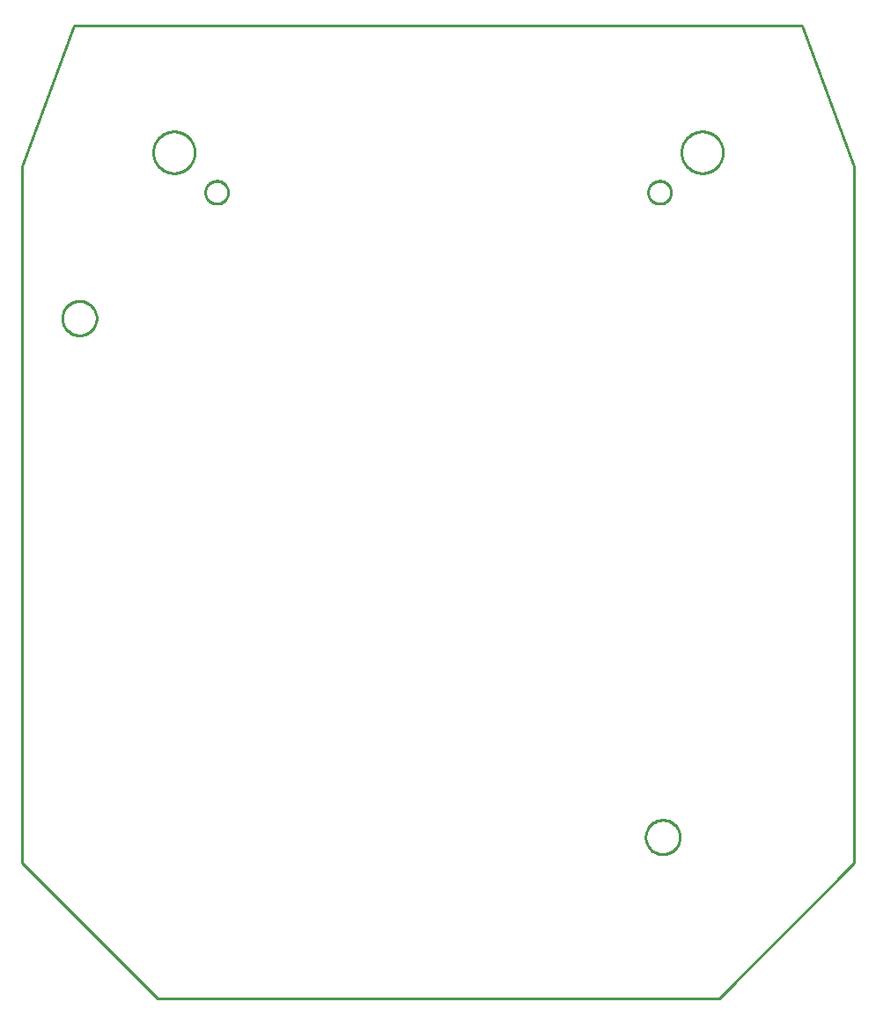
<source format=gbr>
G04 EAGLE Gerber RS-274X export*
G75*
%MOMM*%
%FSLAX34Y34*%
%LPD*%
%IN*%
%IPPOS*%
%AMOC8*
5,1,8,0,0,1.08239X$1,22.5*%
G01*
%ADD10C,0.254000*%


D10*
X0Y130000D02*
X130000Y0D01*
X670000Y0D01*
X800000Y130000D01*
X800000Y800000D01*
X750000Y935000D01*
X50000Y935000D01*
X0Y800000D01*
X0Y130000D01*
X71500Y653460D02*
X71429Y652382D01*
X71288Y651311D01*
X71078Y650251D01*
X70798Y649208D01*
X70451Y648185D01*
X70037Y647187D01*
X69560Y646218D01*
X69019Y645282D01*
X68419Y644384D01*
X67762Y643527D01*
X67049Y642715D01*
X66285Y641951D01*
X65473Y641239D01*
X64616Y640581D01*
X63718Y639981D01*
X62782Y639441D01*
X61813Y638963D01*
X60815Y638549D01*
X59792Y638202D01*
X58749Y637922D01*
X57689Y637712D01*
X56618Y637571D01*
X55540Y637500D01*
X54460Y637500D01*
X53382Y637571D01*
X52311Y637712D01*
X51251Y637922D01*
X50208Y638202D01*
X49185Y638549D01*
X48187Y638963D01*
X47218Y639441D01*
X46282Y639981D01*
X45384Y640581D01*
X44527Y641239D01*
X43715Y641951D01*
X42951Y642715D01*
X42239Y643527D01*
X41581Y644384D01*
X40981Y645282D01*
X40441Y646218D01*
X39963Y647187D01*
X39549Y648185D01*
X39202Y649208D01*
X38922Y650251D01*
X38712Y651311D01*
X38571Y652382D01*
X38500Y653460D01*
X38500Y654540D01*
X38571Y655618D01*
X38712Y656689D01*
X38922Y657749D01*
X39202Y658792D01*
X39549Y659815D01*
X39963Y660813D01*
X40441Y661782D01*
X40981Y662718D01*
X41581Y663616D01*
X42239Y664473D01*
X42951Y665285D01*
X43715Y666049D01*
X44527Y666762D01*
X45384Y667419D01*
X46282Y668019D01*
X47218Y668560D01*
X48187Y669037D01*
X49185Y669451D01*
X50208Y669798D01*
X51251Y670078D01*
X52311Y670288D01*
X53382Y670429D01*
X54460Y670500D01*
X55540Y670500D01*
X56618Y670429D01*
X57689Y670288D01*
X58749Y670078D01*
X59792Y669798D01*
X60815Y669451D01*
X61813Y669037D01*
X62782Y668560D01*
X63718Y668019D01*
X64616Y667419D01*
X65473Y666762D01*
X66285Y666049D01*
X67049Y665285D01*
X67762Y664473D01*
X68419Y663616D01*
X69019Y662718D01*
X69560Y661782D01*
X70037Y660813D01*
X70451Y659815D01*
X70798Y658792D01*
X71078Y657749D01*
X71288Y656689D01*
X71429Y655618D01*
X71500Y654540D01*
X71500Y653460D01*
X632500Y154460D02*
X632429Y153382D01*
X632288Y152311D01*
X632078Y151251D01*
X631798Y150208D01*
X631451Y149185D01*
X631037Y148187D01*
X630560Y147218D01*
X630019Y146282D01*
X629419Y145384D01*
X628762Y144527D01*
X628049Y143715D01*
X627285Y142951D01*
X626473Y142239D01*
X625616Y141581D01*
X624718Y140981D01*
X623782Y140441D01*
X622813Y139963D01*
X621815Y139549D01*
X620792Y139202D01*
X619749Y138922D01*
X618689Y138712D01*
X617618Y138571D01*
X616540Y138500D01*
X615460Y138500D01*
X614382Y138571D01*
X613311Y138712D01*
X612251Y138922D01*
X611208Y139202D01*
X610185Y139549D01*
X609187Y139963D01*
X608218Y140441D01*
X607282Y140981D01*
X606384Y141581D01*
X605527Y142239D01*
X604715Y142951D01*
X603951Y143715D01*
X603239Y144527D01*
X602581Y145384D01*
X601981Y146282D01*
X601441Y147218D01*
X600963Y148187D01*
X600549Y149185D01*
X600202Y150208D01*
X599922Y151251D01*
X599712Y152311D01*
X599571Y153382D01*
X599500Y154460D01*
X599500Y155540D01*
X599571Y156618D01*
X599712Y157689D01*
X599922Y158749D01*
X600202Y159792D01*
X600549Y160815D01*
X600963Y161813D01*
X601441Y162782D01*
X601981Y163718D01*
X602581Y164616D01*
X603239Y165473D01*
X603951Y166285D01*
X604715Y167049D01*
X605527Y167762D01*
X606384Y168419D01*
X607282Y169019D01*
X608218Y169560D01*
X609187Y170037D01*
X610185Y170451D01*
X611208Y170798D01*
X612251Y171078D01*
X613311Y171288D01*
X614382Y171429D01*
X615460Y171500D01*
X616540Y171500D01*
X617618Y171429D01*
X618689Y171288D01*
X619749Y171078D01*
X620792Y170798D01*
X621815Y170451D01*
X622813Y170037D01*
X623782Y169560D01*
X624718Y169019D01*
X625616Y168419D01*
X626473Y167762D01*
X627285Y167049D01*
X628049Y166285D01*
X628762Y165473D01*
X629419Y164616D01*
X630019Y163718D01*
X630560Y162782D01*
X631037Y161813D01*
X631451Y160815D01*
X631798Y159792D01*
X632078Y158749D01*
X632288Y157689D01*
X632429Y156618D01*
X632500Y155540D01*
X632500Y154460D01*
X198000Y774568D02*
X197932Y773706D01*
X197797Y772852D01*
X197595Y772012D01*
X197328Y771190D01*
X196997Y770391D01*
X196605Y769621D01*
X196153Y768884D01*
X195645Y768185D01*
X195084Y767527D01*
X194473Y766916D01*
X193815Y766355D01*
X193116Y765847D01*
X192379Y765395D01*
X191609Y765003D01*
X190810Y764672D01*
X189988Y764405D01*
X189148Y764203D01*
X188294Y764068D01*
X187432Y764000D01*
X186568Y764000D01*
X185706Y764068D01*
X184852Y764203D01*
X184012Y764405D01*
X183190Y764672D01*
X182391Y765003D01*
X181621Y765395D01*
X180884Y765847D01*
X180185Y766355D01*
X179527Y766916D01*
X178916Y767527D01*
X178355Y768185D01*
X177847Y768884D01*
X177395Y769621D01*
X177003Y770391D01*
X176672Y771190D01*
X176405Y772012D01*
X176203Y772852D01*
X176068Y773706D01*
X176000Y774568D01*
X176000Y775432D01*
X176068Y776294D01*
X176203Y777148D01*
X176405Y777988D01*
X176672Y778810D01*
X177003Y779609D01*
X177395Y780379D01*
X177847Y781116D01*
X178355Y781815D01*
X178916Y782473D01*
X179527Y783084D01*
X180185Y783645D01*
X180884Y784153D01*
X181621Y784605D01*
X182391Y784997D01*
X183190Y785328D01*
X184012Y785595D01*
X184852Y785797D01*
X185706Y785932D01*
X186568Y786000D01*
X187432Y786000D01*
X188294Y785932D01*
X189148Y785797D01*
X189988Y785595D01*
X190810Y785328D01*
X191609Y784997D01*
X192379Y784605D01*
X193116Y784153D01*
X193815Y783645D01*
X194473Y783084D01*
X195084Y782473D01*
X195645Y781815D01*
X196153Y781116D01*
X196605Y780379D01*
X196997Y779609D01*
X197328Y778810D01*
X197595Y777988D01*
X197797Y777148D01*
X197932Y776294D01*
X198000Y775432D01*
X198000Y774568D01*
X624000Y774568D02*
X623932Y773706D01*
X623797Y772852D01*
X623595Y772012D01*
X623328Y771190D01*
X622997Y770391D01*
X622605Y769621D01*
X622153Y768884D01*
X621645Y768185D01*
X621084Y767527D01*
X620473Y766916D01*
X619815Y766355D01*
X619116Y765847D01*
X618379Y765395D01*
X617609Y765003D01*
X616810Y764672D01*
X615988Y764405D01*
X615148Y764203D01*
X614294Y764068D01*
X613432Y764000D01*
X612568Y764000D01*
X611706Y764068D01*
X610852Y764203D01*
X610012Y764405D01*
X609190Y764672D01*
X608391Y765003D01*
X607621Y765395D01*
X606884Y765847D01*
X606185Y766355D01*
X605527Y766916D01*
X604916Y767527D01*
X604355Y768185D01*
X603847Y768884D01*
X603395Y769621D01*
X603003Y770391D01*
X602672Y771190D01*
X602405Y772012D01*
X602203Y772852D01*
X602068Y773706D01*
X602000Y774568D01*
X602000Y775432D01*
X602068Y776294D01*
X602203Y777148D01*
X602405Y777988D01*
X602672Y778810D01*
X603003Y779609D01*
X603395Y780379D01*
X603847Y781116D01*
X604355Y781815D01*
X604916Y782473D01*
X605527Y783084D01*
X606185Y783645D01*
X606884Y784153D01*
X607621Y784605D01*
X608391Y784997D01*
X609190Y785328D01*
X610012Y785595D01*
X610852Y785797D01*
X611706Y785932D01*
X612568Y786000D01*
X613432Y786000D01*
X614294Y785932D01*
X615148Y785797D01*
X615988Y785595D01*
X616810Y785328D01*
X617609Y784997D01*
X618379Y784605D01*
X619116Y784153D01*
X619815Y783645D01*
X620473Y783084D01*
X621084Y782473D01*
X621645Y781815D01*
X622153Y781116D01*
X622605Y780379D01*
X622997Y779609D01*
X623328Y778810D01*
X623595Y777988D01*
X623797Y777148D01*
X623932Y776294D01*
X624000Y775432D01*
X624000Y774568D01*
X166000Y812896D02*
X165927Y811689D01*
X165781Y810489D01*
X165563Y809300D01*
X165274Y808127D01*
X164915Y806973D01*
X164486Y805843D01*
X163990Y804741D01*
X163428Y803670D01*
X162803Y802636D01*
X162116Y801641D01*
X161371Y800690D01*
X160569Y799785D01*
X159715Y798931D01*
X158810Y798129D01*
X157859Y797384D01*
X156864Y796697D01*
X155830Y796072D01*
X154759Y795510D01*
X153657Y795014D01*
X152527Y794585D01*
X151373Y794226D01*
X150200Y793937D01*
X149011Y793719D01*
X147811Y793573D01*
X146604Y793500D01*
X145396Y793500D01*
X144189Y793573D01*
X142989Y793719D01*
X141800Y793937D01*
X140627Y794226D01*
X139473Y794585D01*
X138343Y795014D01*
X137241Y795510D01*
X136170Y796072D01*
X135136Y796697D01*
X134141Y797384D01*
X133190Y798129D01*
X132285Y798931D01*
X131431Y799785D01*
X130629Y800690D01*
X129884Y801641D01*
X129197Y802636D01*
X128572Y803670D01*
X128010Y804741D01*
X127514Y805843D01*
X127085Y806973D01*
X126726Y808127D01*
X126437Y809300D01*
X126219Y810489D01*
X126073Y811689D01*
X126000Y812896D01*
X126000Y814104D01*
X126073Y815311D01*
X126219Y816511D01*
X126437Y817700D01*
X126726Y818873D01*
X127085Y820027D01*
X127514Y821157D01*
X128010Y822259D01*
X128572Y823330D01*
X129197Y824364D01*
X129884Y825359D01*
X130629Y826310D01*
X131431Y827215D01*
X132285Y828069D01*
X133190Y828871D01*
X134141Y829616D01*
X135136Y830303D01*
X136170Y830928D01*
X137241Y831490D01*
X138343Y831986D01*
X139473Y832415D01*
X140627Y832774D01*
X141800Y833063D01*
X142989Y833281D01*
X144189Y833427D01*
X145396Y833500D01*
X146604Y833500D01*
X147811Y833427D01*
X149011Y833281D01*
X150200Y833063D01*
X151373Y832774D01*
X152527Y832415D01*
X153657Y831986D01*
X154759Y831490D01*
X155830Y830928D01*
X156864Y830303D01*
X157859Y829616D01*
X158810Y828871D01*
X159715Y828069D01*
X160569Y827215D01*
X161371Y826310D01*
X162116Y825359D01*
X162803Y824364D01*
X163428Y823330D01*
X163990Y822259D01*
X164486Y821157D01*
X164915Y820027D01*
X165274Y818873D01*
X165563Y817700D01*
X165781Y816511D01*
X165927Y815311D01*
X166000Y814104D01*
X166000Y812896D01*
X674000Y812896D02*
X673927Y811689D01*
X673781Y810489D01*
X673563Y809300D01*
X673274Y808127D01*
X672915Y806973D01*
X672486Y805843D01*
X671990Y804741D01*
X671428Y803670D01*
X670803Y802636D01*
X670116Y801641D01*
X669371Y800690D01*
X668569Y799785D01*
X667715Y798931D01*
X666810Y798129D01*
X665859Y797384D01*
X664864Y796697D01*
X663830Y796072D01*
X662759Y795510D01*
X661657Y795014D01*
X660527Y794585D01*
X659373Y794226D01*
X658200Y793937D01*
X657011Y793719D01*
X655811Y793573D01*
X654604Y793500D01*
X653396Y793500D01*
X652189Y793573D01*
X650989Y793719D01*
X649800Y793937D01*
X648627Y794226D01*
X647473Y794585D01*
X646343Y795014D01*
X645241Y795510D01*
X644170Y796072D01*
X643136Y796697D01*
X642141Y797384D01*
X641190Y798129D01*
X640285Y798931D01*
X639431Y799785D01*
X638629Y800690D01*
X637884Y801641D01*
X637197Y802636D01*
X636572Y803670D01*
X636010Y804741D01*
X635514Y805843D01*
X635085Y806973D01*
X634726Y808127D01*
X634437Y809300D01*
X634219Y810489D01*
X634073Y811689D01*
X634000Y812896D01*
X634000Y814104D01*
X634073Y815311D01*
X634219Y816511D01*
X634437Y817700D01*
X634726Y818873D01*
X635085Y820027D01*
X635514Y821157D01*
X636010Y822259D01*
X636572Y823330D01*
X637197Y824364D01*
X637884Y825359D01*
X638629Y826310D01*
X639431Y827215D01*
X640285Y828069D01*
X641190Y828871D01*
X642141Y829616D01*
X643136Y830303D01*
X644170Y830928D01*
X645241Y831490D01*
X646343Y831986D01*
X647473Y832415D01*
X648627Y832774D01*
X649800Y833063D01*
X650989Y833281D01*
X652189Y833427D01*
X653396Y833500D01*
X654604Y833500D01*
X655811Y833427D01*
X657011Y833281D01*
X658200Y833063D01*
X659373Y832774D01*
X660527Y832415D01*
X661657Y831986D01*
X662759Y831490D01*
X663830Y830928D01*
X664864Y830303D01*
X665859Y829616D01*
X666810Y828871D01*
X667715Y828069D01*
X668569Y827215D01*
X669371Y826310D01*
X670116Y825359D01*
X670803Y824364D01*
X671428Y823330D01*
X671990Y822259D01*
X672486Y821157D01*
X672915Y820027D01*
X673274Y818873D01*
X673563Y817700D01*
X673781Y816511D01*
X673927Y815311D01*
X674000Y814104D01*
X674000Y812896D01*
M02*

</source>
